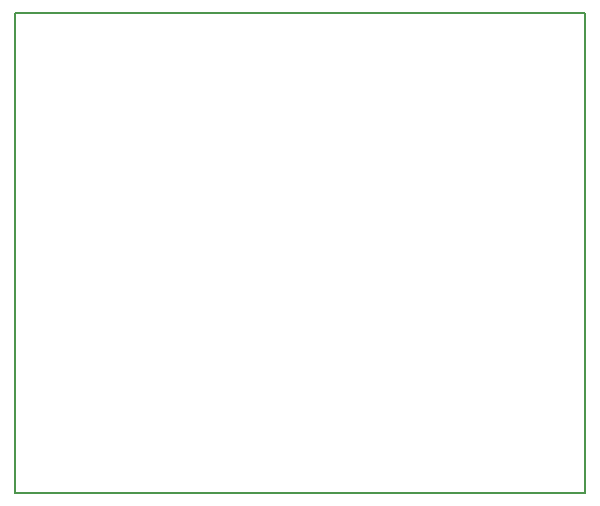
<source format=gbr>
%TF.GenerationSoftware,KiCad,Pcbnew,7.0.9*%
%TF.CreationDate,2023-12-15T12:28:19+01:00*%
%TF.ProjectId,Assignment10,41737369-676e-46d6-956e-7431302e6b69,rev?*%
%TF.SameCoordinates,Original*%
%TF.FileFunction,Profile,NP*%
%FSLAX46Y46*%
G04 Gerber Fmt 4.6, Leading zero omitted, Abs format (unit mm)*
G04 Created by KiCad (PCBNEW 7.0.9) date 2023-12-15 12:28:19*
%MOMM*%
%LPD*%
G01*
G04 APERTURE LIST*
%TA.AperFunction,Profile*%
%ADD10C,0.150000*%
%TD*%
G04 APERTURE END LIST*
D10*
X134620000Y-60960000D02*
X182880000Y-60960000D01*
X182880000Y-101600000D01*
X134620000Y-101600000D01*
X134620000Y-60960000D01*
M02*

</source>
